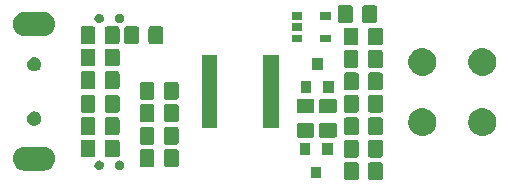
<source format=gbr>
G04 #@! TF.GenerationSoftware,KiCad,Pcbnew,(5.1.4)-1*
G04 #@! TF.CreationDate,2020-10-17T14:20:49+02:00*
G04 #@! TF.ProjectId,Long range deauther,4c6f6e67-2072-4616-9e67-652064656175,rev?*
G04 #@! TF.SameCoordinates,Original*
G04 #@! TF.FileFunction,Soldermask,Bot*
G04 #@! TF.FilePolarity,Negative*
%FSLAX46Y46*%
G04 Gerber Fmt 4.6, Leading zero omitted, Abs format (unit mm)*
G04 Created by KiCad (PCBNEW (5.1.4)-1) date 2020-10-17 14:20:49*
%MOMM*%
%LPD*%
G04 APERTURE LIST*
%ADD10C,0.100000*%
G04 APERTURE END LIST*
D10*
G36*
X157948674Y-88963465D02*
G01*
X157986367Y-88974899D01*
X158021103Y-88993466D01*
X158051548Y-89018452D01*
X158076534Y-89048897D01*
X158095101Y-89083633D01*
X158106535Y-89121326D01*
X158111000Y-89166661D01*
X158111000Y-90253339D01*
X158106535Y-90298674D01*
X158095101Y-90336367D01*
X158076534Y-90371103D01*
X158051548Y-90401548D01*
X158021103Y-90426534D01*
X157986367Y-90445101D01*
X157948674Y-90456535D01*
X157903339Y-90461000D01*
X157066661Y-90461000D01*
X157021326Y-90456535D01*
X156983633Y-90445101D01*
X156948897Y-90426534D01*
X156918452Y-90401548D01*
X156893466Y-90371103D01*
X156874899Y-90336367D01*
X156863465Y-90298674D01*
X156859000Y-90253339D01*
X156859000Y-89166661D01*
X156863465Y-89121326D01*
X156874899Y-89083633D01*
X156893466Y-89048897D01*
X156918452Y-89018452D01*
X156948897Y-88993466D01*
X156983633Y-88974899D01*
X157021326Y-88963465D01*
X157066661Y-88959000D01*
X157903339Y-88959000D01*
X157948674Y-88963465D01*
X157948674Y-88963465D01*
G37*
G36*
X155898674Y-88963465D02*
G01*
X155936367Y-88974899D01*
X155971103Y-88993466D01*
X156001548Y-89018452D01*
X156026534Y-89048897D01*
X156045101Y-89083633D01*
X156056535Y-89121326D01*
X156061000Y-89166661D01*
X156061000Y-90253339D01*
X156056535Y-90298674D01*
X156045101Y-90336367D01*
X156026534Y-90371103D01*
X156001548Y-90401548D01*
X155971103Y-90426534D01*
X155936367Y-90445101D01*
X155898674Y-90456535D01*
X155853339Y-90461000D01*
X155016661Y-90461000D01*
X154971326Y-90456535D01*
X154933633Y-90445101D01*
X154898897Y-90426534D01*
X154868452Y-90401548D01*
X154843466Y-90371103D01*
X154824899Y-90336367D01*
X154813465Y-90298674D01*
X154809000Y-90253339D01*
X154809000Y-89166661D01*
X154813465Y-89121326D01*
X154824899Y-89083633D01*
X154843466Y-89048897D01*
X154868452Y-89018452D01*
X154898897Y-88993466D01*
X154933633Y-88974899D01*
X154971326Y-88963465D01*
X155016661Y-88959000D01*
X155853339Y-88959000D01*
X155898674Y-88963465D01*
X155898674Y-88963465D01*
G37*
G36*
X152911000Y-90321000D02*
G01*
X152009000Y-90321000D01*
X152009000Y-89319000D01*
X152911000Y-89319000D01*
X152911000Y-90321000D01*
X152911000Y-90321000D01*
G37*
G36*
X129577468Y-87669883D02*
G01*
X129766162Y-87727123D01*
X129940055Y-87820071D01*
X130092479Y-87945161D01*
X130217569Y-88097585D01*
X130310517Y-88271478D01*
X130367757Y-88460172D01*
X130387083Y-88656400D01*
X130367757Y-88852628D01*
X130310517Y-89041322D01*
X130217569Y-89215215D01*
X130092479Y-89367639D01*
X129940055Y-89492729D01*
X129766162Y-89585677D01*
X129577468Y-89642917D01*
X129430415Y-89657400D01*
X127732065Y-89657400D01*
X127585012Y-89642917D01*
X127396318Y-89585677D01*
X127222425Y-89492729D01*
X127070001Y-89367639D01*
X126944911Y-89215215D01*
X126851963Y-89041322D01*
X126794723Y-88852628D01*
X126775397Y-88656400D01*
X126794723Y-88460172D01*
X126851963Y-88271478D01*
X126944911Y-88097585D01*
X127070001Y-87945161D01*
X127222425Y-87820071D01*
X127396318Y-87727123D01*
X127585012Y-87669883D01*
X127732065Y-87655400D01*
X129430415Y-87655400D01*
X129577468Y-87669883D01*
X129577468Y-87669883D01*
G37*
G36*
X135878231Y-88816705D02*
G01*
X135916967Y-88824410D01*
X135947195Y-88836931D01*
X135989944Y-88854638D01*
X136055622Y-88898523D01*
X136111477Y-88954378D01*
X136155362Y-89020056D01*
X136167308Y-89048897D01*
X136183848Y-89088827D01*
X136185590Y-89093034D01*
X136200236Y-89166661D01*
X136201000Y-89170505D01*
X136201000Y-89249495D01*
X136185590Y-89326967D01*
X136173659Y-89355770D01*
X136155362Y-89399944D01*
X136111477Y-89465622D01*
X136055622Y-89521477D01*
X135989944Y-89565362D01*
X135947195Y-89583069D01*
X135916967Y-89595590D01*
X135878231Y-89603295D01*
X135839496Y-89611000D01*
X135760504Y-89611000D01*
X135721769Y-89603295D01*
X135683033Y-89595590D01*
X135652805Y-89583069D01*
X135610056Y-89565362D01*
X135544378Y-89521477D01*
X135488523Y-89465622D01*
X135444638Y-89399944D01*
X135426341Y-89355770D01*
X135414410Y-89326967D01*
X135399000Y-89249495D01*
X135399000Y-89170505D01*
X135399765Y-89166661D01*
X135414410Y-89093034D01*
X135416153Y-89088827D01*
X135432692Y-89048897D01*
X135444638Y-89020056D01*
X135488523Y-88954378D01*
X135544378Y-88898523D01*
X135610056Y-88854638D01*
X135652805Y-88836931D01*
X135683033Y-88824410D01*
X135721769Y-88816705D01*
X135760504Y-88809000D01*
X135839496Y-88809000D01*
X135878231Y-88816705D01*
X135878231Y-88816705D01*
G37*
G36*
X134178231Y-88816705D02*
G01*
X134216967Y-88824410D01*
X134247195Y-88836931D01*
X134289944Y-88854638D01*
X134355622Y-88898523D01*
X134411477Y-88954378D01*
X134455362Y-89020056D01*
X134467308Y-89048897D01*
X134483848Y-89088827D01*
X134485590Y-89093034D01*
X134500236Y-89166661D01*
X134501000Y-89170505D01*
X134501000Y-89249495D01*
X134485590Y-89326967D01*
X134473659Y-89355770D01*
X134455362Y-89399944D01*
X134411477Y-89465622D01*
X134355622Y-89521477D01*
X134289944Y-89565362D01*
X134247195Y-89583069D01*
X134216967Y-89595590D01*
X134178231Y-89603295D01*
X134139496Y-89611000D01*
X134060504Y-89611000D01*
X134021769Y-89603295D01*
X133983033Y-89595590D01*
X133952805Y-89583069D01*
X133910056Y-89565362D01*
X133844378Y-89521477D01*
X133788523Y-89465622D01*
X133744638Y-89399944D01*
X133726341Y-89355770D01*
X133714410Y-89326967D01*
X133699000Y-89249495D01*
X133699000Y-89170505D01*
X133699765Y-89166661D01*
X133714410Y-89093034D01*
X133716153Y-89088827D01*
X133732692Y-89048897D01*
X133744638Y-89020056D01*
X133788523Y-88954378D01*
X133844378Y-88898523D01*
X133910056Y-88854638D01*
X133952805Y-88836931D01*
X133983033Y-88824410D01*
X134021769Y-88816705D01*
X134060504Y-88809000D01*
X134139496Y-88809000D01*
X134178231Y-88816705D01*
X134178231Y-88816705D01*
G37*
G36*
X138608674Y-87863465D02*
G01*
X138646367Y-87874899D01*
X138681103Y-87893466D01*
X138711548Y-87918452D01*
X138736534Y-87948897D01*
X138755101Y-87983633D01*
X138766535Y-88021326D01*
X138771000Y-88066661D01*
X138771000Y-89153339D01*
X138766535Y-89198674D01*
X138755101Y-89236367D01*
X138736534Y-89271103D01*
X138711548Y-89301548D01*
X138681103Y-89326534D01*
X138646367Y-89345101D01*
X138608674Y-89356535D01*
X138563339Y-89361000D01*
X137726661Y-89361000D01*
X137681326Y-89356535D01*
X137643633Y-89345101D01*
X137608897Y-89326534D01*
X137578452Y-89301548D01*
X137553466Y-89271103D01*
X137534899Y-89236367D01*
X137523465Y-89198674D01*
X137519000Y-89153339D01*
X137519000Y-88066661D01*
X137523465Y-88021326D01*
X137534899Y-87983633D01*
X137553466Y-87948897D01*
X137578452Y-87918452D01*
X137608897Y-87893466D01*
X137643633Y-87874899D01*
X137681326Y-87863465D01*
X137726661Y-87859000D01*
X138563339Y-87859000D01*
X138608674Y-87863465D01*
X138608674Y-87863465D01*
G37*
G36*
X140658674Y-87863465D02*
G01*
X140696367Y-87874899D01*
X140731103Y-87893466D01*
X140761548Y-87918452D01*
X140786534Y-87948897D01*
X140805101Y-87983633D01*
X140816535Y-88021326D01*
X140821000Y-88066661D01*
X140821000Y-89153339D01*
X140816535Y-89198674D01*
X140805101Y-89236367D01*
X140786534Y-89271103D01*
X140761548Y-89301548D01*
X140731103Y-89326534D01*
X140696367Y-89345101D01*
X140658674Y-89356535D01*
X140613339Y-89361000D01*
X139776661Y-89361000D01*
X139731326Y-89356535D01*
X139693633Y-89345101D01*
X139658897Y-89326534D01*
X139628452Y-89301548D01*
X139603466Y-89271103D01*
X139584899Y-89236367D01*
X139573465Y-89198674D01*
X139569000Y-89153339D01*
X139569000Y-88066661D01*
X139573465Y-88021326D01*
X139584899Y-87983633D01*
X139603466Y-87948897D01*
X139628452Y-87918452D01*
X139658897Y-87893466D01*
X139693633Y-87874899D01*
X139731326Y-87863465D01*
X139776661Y-87859000D01*
X140613339Y-87859000D01*
X140658674Y-87863465D01*
X140658674Y-87863465D01*
G37*
G36*
X155898674Y-87063465D02*
G01*
X155936367Y-87074899D01*
X155971103Y-87093466D01*
X156001548Y-87118452D01*
X156026534Y-87148897D01*
X156045101Y-87183633D01*
X156056535Y-87221326D01*
X156061000Y-87266661D01*
X156061000Y-88353339D01*
X156056535Y-88398674D01*
X156045101Y-88436367D01*
X156026534Y-88471103D01*
X156001548Y-88501548D01*
X155971103Y-88526534D01*
X155936367Y-88545101D01*
X155898674Y-88556535D01*
X155853339Y-88561000D01*
X155016661Y-88561000D01*
X154971326Y-88556535D01*
X154933633Y-88545101D01*
X154898897Y-88526534D01*
X154868452Y-88501548D01*
X154843466Y-88471103D01*
X154824899Y-88436367D01*
X154813465Y-88398674D01*
X154809000Y-88353339D01*
X154809000Y-87266661D01*
X154813465Y-87221326D01*
X154824899Y-87183633D01*
X154843466Y-87148897D01*
X154868452Y-87118452D01*
X154898897Y-87093466D01*
X154933633Y-87074899D01*
X154971326Y-87063465D01*
X155016661Y-87059000D01*
X155853339Y-87059000D01*
X155898674Y-87063465D01*
X155898674Y-87063465D01*
G37*
G36*
X157948674Y-87063465D02*
G01*
X157986367Y-87074899D01*
X158021103Y-87093466D01*
X158051548Y-87118452D01*
X158076534Y-87148897D01*
X158095101Y-87183633D01*
X158106535Y-87221326D01*
X158111000Y-87266661D01*
X158111000Y-88353339D01*
X158106535Y-88398674D01*
X158095101Y-88436367D01*
X158076534Y-88471103D01*
X158051548Y-88501548D01*
X158021103Y-88526534D01*
X157986367Y-88545101D01*
X157948674Y-88556535D01*
X157903339Y-88561000D01*
X157066661Y-88561000D01*
X157021326Y-88556535D01*
X156983633Y-88545101D01*
X156948897Y-88526534D01*
X156918452Y-88501548D01*
X156893466Y-88471103D01*
X156874899Y-88436367D01*
X156863465Y-88398674D01*
X156859000Y-88353339D01*
X156859000Y-87266661D01*
X156863465Y-87221326D01*
X156874899Y-87183633D01*
X156893466Y-87148897D01*
X156918452Y-87118452D01*
X156948897Y-87093466D01*
X156983633Y-87074899D01*
X157021326Y-87063465D01*
X157066661Y-87059000D01*
X157903339Y-87059000D01*
X157948674Y-87063465D01*
X157948674Y-87063465D01*
G37*
G36*
X135658674Y-87053465D02*
G01*
X135696367Y-87064899D01*
X135731103Y-87083466D01*
X135761548Y-87108452D01*
X135786534Y-87138897D01*
X135805101Y-87173633D01*
X135816535Y-87211326D01*
X135821000Y-87256661D01*
X135821000Y-88343339D01*
X135816535Y-88388674D01*
X135805101Y-88426367D01*
X135786534Y-88461103D01*
X135761548Y-88491548D01*
X135731103Y-88516534D01*
X135696367Y-88535101D01*
X135658674Y-88546535D01*
X135613339Y-88551000D01*
X134776661Y-88551000D01*
X134731326Y-88546535D01*
X134693633Y-88535101D01*
X134658897Y-88516534D01*
X134628452Y-88491548D01*
X134603466Y-88461103D01*
X134584899Y-88426367D01*
X134573465Y-88388674D01*
X134569000Y-88343339D01*
X134569000Y-87256661D01*
X134573465Y-87211326D01*
X134584899Y-87173633D01*
X134603466Y-87138897D01*
X134628452Y-87108452D01*
X134658897Y-87083466D01*
X134693633Y-87064899D01*
X134731326Y-87053465D01*
X134776661Y-87049000D01*
X135613339Y-87049000D01*
X135658674Y-87053465D01*
X135658674Y-87053465D01*
G37*
G36*
X133608674Y-87053465D02*
G01*
X133646367Y-87064899D01*
X133681103Y-87083466D01*
X133711548Y-87108452D01*
X133736534Y-87138897D01*
X133755101Y-87173633D01*
X133766535Y-87211326D01*
X133771000Y-87256661D01*
X133771000Y-88343339D01*
X133766535Y-88388674D01*
X133755101Y-88426367D01*
X133736534Y-88461103D01*
X133711548Y-88491548D01*
X133681103Y-88516534D01*
X133646367Y-88535101D01*
X133608674Y-88546535D01*
X133563339Y-88551000D01*
X132726661Y-88551000D01*
X132681326Y-88546535D01*
X132643633Y-88535101D01*
X132608897Y-88516534D01*
X132578452Y-88491548D01*
X132553466Y-88461103D01*
X132534899Y-88426367D01*
X132523465Y-88388674D01*
X132519000Y-88343339D01*
X132519000Y-87256661D01*
X132523465Y-87211326D01*
X132534899Y-87173633D01*
X132553466Y-87138897D01*
X132578452Y-87108452D01*
X132608897Y-87083466D01*
X132643633Y-87064899D01*
X132681326Y-87053465D01*
X132726661Y-87049000D01*
X133563339Y-87049000D01*
X133608674Y-87053465D01*
X133608674Y-87053465D01*
G37*
G36*
X151961000Y-88321000D02*
G01*
X151059000Y-88321000D01*
X151059000Y-87319000D01*
X151961000Y-87319000D01*
X151961000Y-88321000D01*
X151961000Y-88321000D01*
G37*
G36*
X153861000Y-88321000D02*
G01*
X152959000Y-88321000D01*
X152959000Y-87319000D01*
X153861000Y-87319000D01*
X153861000Y-88321000D01*
X153861000Y-88321000D01*
G37*
G36*
X140658674Y-85963465D02*
G01*
X140696367Y-85974899D01*
X140731103Y-85993466D01*
X140761548Y-86018452D01*
X140786534Y-86048897D01*
X140805101Y-86083633D01*
X140816535Y-86121326D01*
X140821000Y-86166661D01*
X140821000Y-87253339D01*
X140816535Y-87298674D01*
X140805101Y-87336367D01*
X140786534Y-87371103D01*
X140761548Y-87401548D01*
X140731103Y-87426534D01*
X140696367Y-87445101D01*
X140658674Y-87456535D01*
X140613339Y-87461000D01*
X139776661Y-87461000D01*
X139731326Y-87456535D01*
X139693633Y-87445101D01*
X139658897Y-87426534D01*
X139628452Y-87401548D01*
X139603466Y-87371103D01*
X139584899Y-87336367D01*
X139573465Y-87298674D01*
X139569000Y-87253339D01*
X139569000Y-86166661D01*
X139573465Y-86121326D01*
X139584899Y-86083633D01*
X139603466Y-86048897D01*
X139628452Y-86018452D01*
X139658897Y-85993466D01*
X139693633Y-85974899D01*
X139731326Y-85963465D01*
X139776661Y-85959000D01*
X140613339Y-85959000D01*
X140658674Y-85963465D01*
X140658674Y-85963465D01*
G37*
G36*
X138608674Y-85963465D02*
G01*
X138646367Y-85974899D01*
X138681103Y-85993466D01*
X138711548Y-86018452D01*
X138736534Y-86048897D01*
X138755101Y-86083633D01*
X138766535Y-86121326D01*
X138771000Y-86166661D01*
X138771000Y-87253339D01*
X138766535Y-87298674D01*
X138755101Y-87336367D01*
X138736534Y-87371103D01*
X138711548Y-87401548D01*
X138681103Y-87426534D01*
X138646367Y-87445101D01*
X138608674Y-87456535D01*
X138563339Y-87461000D01*
X137726661Y-87461000D01*
X137681326Y-87456535D01*
X137643633Y-87445101D01*
X137608897Y-87426534D01*
X137578452Y-87401548D01*
X137553466Y-87371103D01*
X137534899Y-87336367D01*
X137523465Y-87298674D01*
X137519000Y-87253339D01*
X137519000Y-86166661D01*
X137523465Y-86121326D01*
X137534899Y-86083633D01*
X137553466Y-86048897D01*
X137578452Y-86018452D01*
X137608897Y-85993466D01*
X137643633Y-85974899D01*
X137681326Y-85963465D01*
X137726661Y-85959000D01*
X138563339Y-85959000D01*
X138608674Y-85963465D01*
X138608674Y-85963465D01*
G37*
G36*
X154048674Y-85623465D02*
G01*
X154086367Y-85634899D01*
X154121103Y-85653466D01*
X154151548Y-85678452D01*
X154176534Y-85708897D01*
X154195101Y-85743633D01*
X154206535Y-85781326D01*
X154211000Y-85826661D01*
X154211000Y-86663339D01*
X154206535Y-86708674D01*
X154195101Y-86746367D01*
X154176534Y-86781103D01*
X154151548Y-86811548D01*
X154121103Y-86836534D01*
X154086367Y-86855101D01*
X154048674Y-86866535D01*
X154003339Y-86871000D01*
X152916661Y-86871000D01*
X152871326Y-86866535D01*
X152833633Y-86855101D01*
X152798897Y-86836534D01*
X152768452Y-86811548D01*
X152743466Y-86781103D01*
X152724899Y-86746367D01*
X152713465Y-86708674D01*
X152709000Y-86663339D01*
X152709000Y-85826661D01*
X152713465Y-85781326D01*
X152724899Y-85743633D01*
X152743466Y-85708897D01*
X152768452Y-85678452D01*
X152798897Y-85653466D01*
X152833633Y-85634899D01*
X152871326Y-85623465D01*
X152916661Y-85619000D01*
X154003339Y-85619000D01*
X154048674Y-85623465D01*
X154048674Y-85623465D01*
G37*
G36*
X152148674Y-85623465D02*
G01*
X152186367Y-85634899D01*
X152221103Y-85653466D01*
X152251548Y-85678452D01*
X152276534Y-85708897D01*
X152295101Y-85743633D01*
X152306535Y-85781326D01*
X152311000Y-85826661D01*
X152311000Y-86663339D01*
X152306535Y-86708674D01*
X152295101Y-86746367D01*
X152276534Y-86781103D01*
X152251548Y-86811548D01*
X152221103Y-86836534D01*
X152186367Y-86855101D01*
X152148674Y-86866535D01*
X152103339Y-86871000D01*
X151016661Y-86871000D01*
X150971326Y-86866535D01*
X150933633Y-86855101D01*
X150898897Y-86836534D01*
X150868452Y-86811548D01*
X150843466Y-86781103D01*
X150824899Y-86746367D01*
X150813465Y-86708674D01*
X150809000Y-86663339D01*
X150809000Y-85826661D01*
X150813465Y-85781326D01*
X150824899Y-85743633D01*
X150843466Y-85708897D01*
X150868452Y-85678452D01*
X150898897Y-85653466D01*
X150933633Y-85634899D01*
X150971326Y-85623465D01*
X151016661Y-85619000D01*
X152103339Y-85619000D01*
X152148674Y-85623465D01*
X152148674Y-85623465D01*
G37*
G36*
X161645560Y-84393064D02*
G01*
X161797027Y-84423193D01*
X162011045Y-84511842D01*
X162011046Y-84511843D01*
X162203654Y-84640539D01*
X162367461Y-84804346D01*
X162383600Y-84828500D01*
X162496158Y-84996955D01*
X162584807Y-85210973D01*
X162608866Y-85331925D01*
X162628608Y-85431173D01*
X162630000Y-85438174D01*
X162630000Y-85669826D01*
X162584807Y-85897027D01*
X162496158Y-86111045D01*
X162496157Y-86111046D01*
X162367461Y-86303654D01*
X162203654Y-86467461D01*
X162100528Y-86536367D01*
X162011045Y-86596158D01*
X161797027Y-86684807D01*
X161677039Y-86708674D01*
X161569827Y-86730000D01*
X161338173Y-86730000D01*
X161230961Y-86708674D01*
X161110973Y-86684807D01*
X160896955Y-86596158D01*
X160807472Y-86536367D01*
X160704346Y-86467461D01*
X160540539Y-86303654D01*
X160411843Y-86111046D01*
X160411842Y-86111045D01*
X160323193Y-85897027D01*
X160278000Y-85669826D01*
X160278000Y-85438174D01*
X160279393Y-85431173D01*
X160299134Y-85331925D01*
X160323193Y-85210973D01*
X160411842Y-84996955D01*
X160524400Y-84828500D01*
X160540539Y-84804346D01*
X160704346Y-84640539D01*
X160896954Y-84511843D01*
X160896955Y-84511842D01*
X161110973Y-84423193D01*
X161262440Y-84393064D01*
X161338173Y-84378000D01*
X161569827Y-84378000D01*
X161645560Y-84393064D01*
X161645560Y-84393064D01*
G37*
G36*
X166725560Y-84393064D02*
G01*
X166877027Y-84423193D01*
X167091045Y-84511842D01*
X167091046Y-84511843D01*
X167283654Y-84640539D01*
X167447461Y-84804346D01*
X167463600Y-84828500D01*
X167576158Y-84996955D01*
X167664807Y-85210973D01*
X167688866Y-85331925D01*
X167708608Y-85431173D01*
X167710000Y-85438174D01*
X167710000Y-85669826D01*
X167664807Y-85897027D01*
X167576158Y-86111045D01*
X167576157Y-86111046D01*
X167447461Y-86303654D01*
X167283654Y-86467461D01*
X167180528Y-86536367D01*
X167091045Y-86596158D01*
X166877027Y-86684807D01*
X166757039Y-86708674D01*
X166649827Y-86730000D01*
X166418173Y-86730000D01*
X166310961Y-86708674D01*
X166190973Y-86684807D01*
X165976955Y-86596158D01*
X165887472Y-86536367D01*
X165784346Y-86467461D01*
X165620539Y-86303654D01*
X165491843Y-86111046D01*
X165491842Y-86111045D01*
X165403193Y-85897027D01*
X165358000Y-85669826D01*
X165358000Y-85438174D01*
X165359393Y-85431173D01*
X165379134Y-85331925D01*
X165403193Y-85210973D01*
X165491842Y-84996955D01*
X165604400Y-84828500D01*
X165620539Y-84804346D01*
X165784346Y-84640539D01*
X165976954Y-84511843D01*
X165976955Y-84511842D01*
X166190973Y-84423193D01*
X166342440Y-84393064D01*
X166418173Y-84378000D01*
X166649827Y-84378000D01*
X166725560Y-84393064D01*
X166725560Y-84393064D01*
G37*
G36*
X155898674Y-85163465D02*
G01*
X155936367Y-85174899D01*
X155971103Y-85193466D01*
X156001548Y-85218452D01*
X156026534Y-85248897D01*
X156045101Y-85283633D01*
X156056535Y-85321326D01*
X156061000Y-85366661D01*
X156061000Y-86453339D01*
X156056535Y-86498674D01*
X156045101Y-86536367D01*
X156026534Y-86571103D01*
X156001548Y-86601548D01*
X155971103Y-86626534D01*
X155936367Y-86645101D01*
X155898674Y-86656535D01*
X155853339Y-86661000D01*
X155016661Y-86661000D01*
X154971326Y-86656535D01*
X154933633Y-86645101D01*
X154898897Y-86626534D01*
X154868452Y-86601548D01*
X154843466Y-86571103D01*
X154824899Y-86536367D01*
X154813465Y-86498674D01*
X154809000Y-86453339D01*
X154809000Y-85366661D01*
X154813465Y-85321326D01*
X154824899Y-85283633D01*
X154843466Y-85248897D01*
X154868452Y-85218452D01*
X154898897Y-85193466D01*
X154933633Y-85174899D01*
X154971326Y-85163465D01*
X155016661Y-85159000D01*
X155853339Y-85159000D01*
X155898674Y-85163465D01*
X155898674Y-85163465D01*
G37*
G36*
X157948674Y-85163465D02*
G01*
X157986367Y-85174899D01*
X158021103Y-85193466D01*
X158051548Y-85218452D01*
X158076534Y-85248897D01*
X158095101Y-85283633D01*
X158106535Y-85321326D01*
X158111000Y-85366661D01*
X158111000Y-86453339D01*
X158106535Y-86498674D01*
X158095101Y-86536367D01*
X158076534Y-86571103D01*
X158051548Y-86601548D01*
X158021103Y-86626534D01*
X157986367Y-86645101D01*
X157948674Y-86656535D01*
X157903339Y-86661000D01*
X157066661Y-86661000D01*
X157021326Y-86656535D01*
X156983633Y-86645101D01*
X156948897Y-86626534D01*
X156918452Y-86601548D01*
X156893466Y-86571103D01*
X156874899Y-86536367D01*
X156863465Y-86498674D01*
X156859000Y-86453339D01*
X156859000Y-85366661D01*
X156863465Y-85321326D01*
X156874899Y-85283633D01*
X156893466Y-85248897D01*
X156918452Y-85218452D01*
X156948897Y-85193466D01*
X156983633Y-85174899D01*
X157021326Y-85163465D01*
X157066661Y-85159000D01*
X157903339Y-85159000D01*
X157948674Y-85163465D01*
X157948674Y-85163465D01*
G37*
G36*
X133608674Y-85153465D02*
G01*
X133646367Y-85164899D01*
X133681103Y-85183466D01*
X133711548Y-85208452D01*
X133736534Y-85238897D01*
X133755101Y-85273633D01*
X133766535Y-85311326D01*
X133771000Y-85356661D01*
X133771000Y-86443339D01*
X133766535Y-86488674D01*
X133755101Y-86526367D01*
X133736534Y-86561103D01*
X133711548Y-86591548D01*
X133681103Y-86616534D01*
X133646367Y-86635101D01*
X133608674Y-86646535D01*
X133563339Y-86651000D01*
X132726661Y-86651000D01*
X132681326Y-86646535D01*
X132643633Y-86635101D01*
X132608897Y-86616534D01*
X132578452Y-86591548D01*
X132553466Y-86561103D01*
X132534899Y-86526367D01*
X132523465Y-86488674D01*
X132519000Y-86443339D01*
X132519000Y-85356661D01*
X132523465Y-85311326D01*
X132534899Y-85273633D01*
X132553466Y-85238897D01*
X132578452Y-85208452D01*
X132608897Y-85183466D01*
X132643633Y-85164899D01*
X132681326Y-85153465D01*
X132726661Y-85149000D01*
X133563339Y-85149000D01*
X133608674Y-85153465D01*
X133608674Y-85153465D01*
G37*
G36*
X135658674Y-85153465D02*
G01*
X135696367Y-85164899D01*
X135731103Y-85183466D01*
X135761548Y-85208452D01*
X135786534Y-85238897D01*
X135805101Y-85273633D01*
X135816535Y-85311326D01*
X135821000Y-85356661D01*
X135821000Y-86443339D01*
X135816535Y-86488674D01*
X135805101Y-86526367D01*
X135786534Y-86561103D01*
X135761548Y-86591548D01*
X135731103Y-86616534D01*
X135696367Y-86635101D01*
X135658674Y-86646535D01*
X135613339Y-86651000D01*
X134776661Y-86651000D01*
X134731326Y-86646535D01*
X134693633Y-86635101D01*
X134658897Y-86616534D01*
X134628452Y-86591548D01*
X134603466Y-86561103D01*
X134584899Y-86526367D01*
X134573465Y-86488674D01*
X134569000Y-86443339D01*
X134569000Y-85356661D01*
X134573465Y-85311326D01*
X134584899Y-85273633D01*
X134603466Y-85238897D01*
X134628452Y-85208452D01*
X134658897Y-85183466D01*
X134693633Y-85164899D01*
X134731326Y-85153465D01*
X134776661Y-85149000D01*
X135613339Y-85149000D01*
X135658674Y-85153465D01*
X135658674Y-85153465D01*
G37*
G36*
X149281000Y-86098500D02*
G01*
X147979000Y-86098500D01*
X147979000Y-79881500D01*
X149281000Y-79881500D01*
X149281000Y-86098500D01*
X149281000Y-86098500D01*
G37*
G36*
X144081000Y-86098500D02*
G01*
X142779000Y-86098500D01*
X142779000Y-79881500D01*
X144081000Y-79881500D01*
X144081000Y-86098500D01*
X144081000Y-86098500D01*
G37*
G36*
X128717841Y-84670797D02*
G01*
X128756545Y-84678496D01*
X128788055Y-84691548D01*
X128865920Y-84723800D01*
X128964355Y-84789573D01*
X129048067Y-84873285D01*
X129113840Y-84971720D01*
X129159144Y-85081096D01*
X129182240Y-85197205D01*
X129182240Y-85315595D01*
X129176721Y-85343339D01*
X129159476Y-85430038D01*
X129159144Y-85431704D01*
X129113840Y-85541080D01*
X129048067Y-85639515D01*
X128964355Y-85723227D01*
X128865920Y-85789000D01*
X128788580Y-85821035D01*
X128756545Y-85834304D01*
X128717841Y-85842003D01*
X128640435Y-85857400D01*
X128522045Y-85857400D01*
X128444639Y-85842003D01*
X128405935Y-85834304D01*
X128373900Y-85821035D01*
X128296560Y-85789000D01*
X128198125Y-85723227D01*
X128114413Y-85639515D01*
X128048640Y-85541080D01*
X128003336Y-85431704D01*
X128003005Y-85430038D01*
X127985759Y-85343339D01*
X127980240Y-85315595D01*
X127980240Y-85197205D01*
X128003336Y-85081096D01*
X128048640Y-84971720D01*
X128114413Y-84873285D01*
X128198125Y-84789573D01*
X128296560Y-84723800D01*
X128374425Y-84691548D01*
X128405935Y-84678496D01*
X128444639Y-84670797D01*
X128522045Y-84655400D01*
X128640435Y-84655400D01*
X128717841Y-84670797D01*
X128717841Y-84670797D01*
G37*
G36*
X138608674Y-84053465D02*
G01*
X138646367Y-84064899D01*
X138681103Y-84083466D01*
X138711548Y-84108452D01*
X138736534Y-84138897D01*
X138755101Y-84173633D01*
X138766535Y-84211326D01*
X138771000Y-84256661D01*
X138771000Y-85343339D01*
X138766535Y-85388674D01*
X138755101Y-85426367D01*
X138736534Y-85461103D01*
X138711548Y-85491548D01*
X138681103Y-85516534D01*
X138646367Y-85535101D01*
X138608674Y-85546535D01*
X138563339Y-85551000D01*
X137726661Y-85551000D01*
X137681326Y-85546535D01*
X137643633Y-85535101D01*
X137608897Y-85516534D01*
X137578452Y-85491548D01*
X137553466Y-85461103D01*
X137534899Y-85426367D01*
X137523465Y-85388674D01*
X137519000Y-85343339D01*
X137519000Y-84256661D01*
X137523465Y-84211326D01*
X137534899Y-84173633D01*
X137553466Y-84138897D01*
X137578452Y-84108452D01*
X137608897Y-84083466D01*
X137643633Y-84064899D01*
X137681326Y-84053465D01*
X137726661Y-84049000D01*
X138563339Y-84049000D01*
X138608674Y-84053465D01*
X138608674Y-84053465D01*
G37*
G36*
X140658674Y-84053465D02*
G01*
X140696367Y-84064899D01*
X140731103Y-84083466D01*
X140761548Y-84108452D01*
X140786534Y-84138897D01*
X140805101Y-84173633D01*
X140816535Y-84211326D01*
X140821000Y-84256661D01*
X140821000Y-85343339D01*
X140816535Y-85388674D01*
X140805101Y-85426367D01*
X140786534Y-85461103D01*
X140761548Y-85491548D01*
X140731103Y-85516534D01*
X140696367Y-85535101D01*
X140658674Y-85546535D01*
X140613339Y-85551000D01*
X139776661Y-85551000D01*
X139731326Y-85546535D01*
X139693633Y-85535101D01*
X139658897Y-85516534D01*
X139628452Y-85491548D01*
X139603466Y-85461103D01*
X139584899Y-85426367D01*
X139573465Y-85388674D01*
X139569000Y-85343339D01*
X139569000Y-84256661D01*
X139573465Y-84211326D01*
X139584899Y-84173633D01*
X139603466Y-84138897D01*
X139628452Y-84108452D01*
X139658897Y-84083466D01*
X139693633Y-84064899D01*
X139731326Y-84053465D01*
X139776661Y-84049000D01*
X140613339Y-84049000D01*
X140658674Y-84053465D01*
X140658674Y-84053465D01*
G37*
G36*
X152148674Y-83573465D02*
G01*
X152186367Y-83584899D01*
X152221103Y-83603466D01*
X152251548Y-83628452D01*
X152276534Y-83658897D01*
X152295101Y-83693633D01*
X152306535Y-83731326D01*
X152311000Y-83776661D01*
X152311000Y-84613339D01*
X152306535Y-84658674D01*
X152295101Y-84696367D01*
X152276534Y-84731103D01*
X152251548Y-84761548D01*
X152221103Y-84786534D01*
X152186367Y-84805101D01*
X152148674Y-84816535D01*
X152103339Y-84821000D01*
X151016661Y-84821000D01*
X150971326Y-84816535D01*
X150933633Y-84805101D01*
X150898897Y-84786534D01*
X150868452Y-84761548D01*
X150843466Y-84731103D01*
X150824899Y-84696367D01*
X150813465Y-84658674D01*
X150809000Y-84613339D01*
X150809000Y-83776661D01*
X150813465Y-83731326D01*
X150824899Y-83693633D01*
X150843466Y-83658897D01*
X150868452Y-83628452D01*
X150898897Y-83603466D01*
X150933633Y-83584899D01*
X150971326Y-83573465D01*
X151016661Y-83569000D01*
X152103339Y-83569000D01*
X152148674Y-83573465D01*
X152148674Y-83573465D01*
G37*
G36*
X154048674Y-83573465D02*
G01*
X154086367Y-83584899D01*
X154121103Y-83603466D01*
X154151548Y-83628452D01*
X154176534Y-83658897D01*
X154195101Y-83693633D01*
X154206535Y-83731326D01*
X154211000Y-83776661D01*
X154211000Y-84613339D01*
X154206535Y-84658674D01*
X154195101Y-84696367D01*
X154176534Y-84731103D01*
X154151548Y-84761548D01*
X154121103Y-84786534D01*
X154086367Y-84805101D01*
X154048674Y-84816535D01*
X154003339Y-84821000D01*
X152916661Y-84821000D01*
X152871326Y-84816535D01*
X152833633Y-84805101D01*
X152798897Y-84786534D01*
X152768452Y-84761548D01*
X152743466Y-84731103D01*
X152724899Y-84696367D01*
X152713465Y-84658674D01*
X152709000Y-84613339D01*
X152709000Y-83776661D01*
X152713465Y-83731326D01*
X152724899Y-83693633D01*
X152743466Y-83658897D01*
X152768452Y-83628452D01*
X152798897Y-83603466D01*
X152833633Y-83584899D01*
X152871326Y-83573465D01*
X152916661Y-83569000D01*
X154003339Y-83569000D01*
X154048674Y-83573465D01*
X154048674Y-83573465D01*
G37*
G36*
X157948674Y-83263465D02*
G01*
X157986367Y-83274899D01*
X158021103Y-83293466D01*
X158051548Y-83318452D01*
X158076534Y-83348897D01*
X158095101Y-83383633D01*
X158106535Y-83421326D01*
X158111000Y-83466661D01*
X158111000Y-84553339D01*
X158106535Y-84598674D01*
X158095101Y-84636367D01*
X158076534Y-84671103D01*
X158051548Y-84701548D01*
X158021103Y-84726534D01*
X157986367Y-84745101D01*
X157948674Y-84756535D01*
X157903339Y-84761000D01*
X157066661Y-84761000D01*
X157021326Y-84756535D01*
X156983633Y-84745101D01*
X156948897Y-84726534D01*
X156918452Y-84701548D01*
X156893466Y-84671103D01*
X156874899Y-84636367D01*
X156863465Y-84598674D01*
X156859000Y-84553339D01*
X156859000Y-83466661D01*
X156863465Y-83421326D01*
X156874899Y-83383633D01*
X156893466Y-83348897D01*
X156918452Y-83318452D01*
X156948897Y-83293466D01*
X156983633Y-83274899D01*
X157021326Y-83263465D01*
X157066661Y-83259000D01*
X157903339Y-83259000D01*
X157948674Y-83263465D01*
X157948674Y-83263465D01*
G37*
G36*
X155898674Y-83263465D02*
G01*
X155936367Y-83274899D01*
X155971103Y-83293466D01*
X156001548Y-83318452D01*
X156026534Y-83348897D01*
X156045101Y-83383633D01*
X156056535Y-83421326D01*
X156061000Y-83466661D01*
X156061000Y-84553339D01*
X156056535Y-84598674D01*
X156045101Y-84636367D01*
X156026534Y-84671103D01*
X156001548Y-84701548D01*
X155971103Y-84726534D01*
X155936367Y-84745101D01*
X155898674Y-84756535D01*
X155853339Y-84761000D01*
X155016661Y-84761000D01*
X154971326Y-84756535D01*
X154933633Y-84745101D01*
X154898897Y-84726534D01*
X154868452Y-84701548D01*
X154843466Y-84671103D01*
X154824899Y-84636367D01*
X154813465Y-84598674D01*
X154809000Y-84553339D01*
X154809000Y-83466661D01*
X154813465Y-83421326D01*
X154824899Y-83383633D01*
X154843466Y-83348897D01*
X154868452Y-83318452D01*
X154898897Y-83293466D01*
X154933633Y-83274899D01*
X154971326Y-83263465D01*
X155016661Y-83259000D01*
X155853339Y-83259000D01*
X155898674Y-83263465D01*
X155898674Y-83263465D01*
G37*
G36*
X135658674Y-83253465D02*
G01*
X135696367Y-83264899D01*
X135731103Y-83283466D01*
X135761548Y-83308452D01*
X135786534Y-83338897D01*
X135805101Y-83373633D01*
X135816535Y-83411326D01*
X135821000Y-83456661D01*
X135821000Y-84543339D01*
X135816535Y-84588674D01*
X135805101Y-84626367D01*
X135786534Y-84661103D01*
X135761548Y-84691548D01*
X135731103Y-84716534D01*
X135696367Y-84735101D01*
X135658674Y-84746535D01*
X135613339Y-84751000D01*
X134776661Y-84751000D01*
X134731326Y-84746535D01*
X134693633Y-84735101D01*
X134658897Y-84716534D01*
X134628452Y-84691548D01*
X134603466Y-84661103D01*
X134584899Y-84626367D01*
X134573465Y-84588674D01*
X134569000Y-84543339D01*
X134569000Y-83456661D01*
X134573465Y-83411326D01*
X134584899Y-83373633D01*
X134603466Y-83338897D01*
X134628452Y-83308452D01*
X134658897Y-83283466D01*
X134693633Y-83264899D01*
X134731326Y-83253465D01*
X134776661Y-83249000D01*
X135613339Y-83249000D01*
X135658674Y-83253465D01*
X135658674Y-83253465D01*
G37*
G36*
X133608674Y-83253465D02*
G01*
X133646367Y-83264899D01*
X133681103Y-83283466D01*
X133711548Y-83308452D01*
X133736534Y-83338897D01*
X133755101Y-83373633D01*
X133766535Y-83411326D01*
X133771000Y-83456661D01*
X133771000Y-84543339D01*
X133766535Y-84588674D01*
X133755101Y-84626367D01*
X133736534Y-84661103D01*
X133711548Y-84691548D01*
X133681103Y-84716534D01*
X133646367Y-84735101D01*
X133608674Y-84746535D01*
X133563339Y-84751000D01*
X132726661Y-84751000D01*
X132681326Y-84746535D01*
X132643633Y-84735101D01*
X132608897Y-84716534D01*
X132578452Y-84691548D01*
X132553466Y-84661103D01*
X132534899Y-84626367D01*
X132523465Y-84588674D01*
X132519000Y-84543339D01*
X132519000Y-83456661D01*
X132523465Y-83411326D01*
X132534899Y-83373633D01*
X132553466Y-83338897D01*
X132578452Y-83308452D01*
X132608897Y-83283466D01*
X132643633Y-83264899D01*
X132681326Y-83253465D01*
X132726661Y-83249000D01*
X133563339Y-83249000D01*
X133608674Y-83253465D01*
X133608674Y-83253465D01*
G37*
G36*
X140658674Y-82153465D02*
G01*
X140696367Y-82164899D01*
X140731103Y-82183466D01*
X140761548Y-82208452D01*
X140786534Y-82238897D01*
X140805101Y-82273633D01*
X140816535Y-82311326D01*
X140821000Y-82356661D01*
X140821000Y-83443339D01*
X140816535Y-83488674D01*
X140805101Y-83526367D01*
X140786534Y-83561103D01*
X140761548Y-83591548D01*
X140731103Y-83616534D01*
X140696367Y-83635101D01*
X140658674Y-83646535D01*
X140613339Y-83651000D01*
X139776661Y-83651000D01*
X139731326Y-83646535D01*
X139693633Y-83635101D01*
X139658897Y-83616534D01*
X139628452Y-83591548D01*
X139603466Y-83561103D01*
X139584899Y-83526367D01*
X139573465Y-83488674D01*
X139569000Y-83443339D01*
X139569000Y-82356661D01*
X139573465Y-82311326D01*
X139584899Y-82273633D01*
X139603466Y-82238897D01*
X139628452Y-82208452D01*
X139658897Y-82183466D01*
X139693633Y-82164899D01*
X139731326Y-82153465D01*
X139776661Y-82149000D01*
X140613339Y-82149000D01*
X140658674Y-82153465D01*
X140658674Y-82153465D01*
G37*
G36*
X138608674Y-82153465D02*
G01*
X138646367Y-82164899D01*
X138681103Y-82183466D01*
X138711548Y-82208452D01*
X138736534Y-82238897D01*
X138755101Y-82273633D01*
X138766535Y-82311326D01*
X138771000Y-82356661D01*
X138771000Y-83443339D01*
X138766535Y-83488674D01*
X138755101Y-83526367D01*
X138736534Y-83561103D01*
X138711548Y-83591548D01*
X138681103Y-83616534D01*
X138646367Y-83635101D01*
X138608674Y-83646535D01*
X138563339Y-83651000D01*
X137726661Y-83651000D01*
X137681326Y-83646535D01*
X137643633Y-83635101D01*
X137608897Y-83616534D01*
X137578452Y-83591548D01*
X137553466Y-83561103D01*
X137534899Y-83526367D01*
X137523465Y-83488674D01*
X137519000Y-83443339D01*
X137519000Y-82356661D01*
X137523465Y-82311326D01*
X137534899Y-82273633D01*
X137553466Y-82238897D01*
X137578452Y-82208452D01*
X137608897Y-82183466D01*
X137643633Y-82164899D01*
X137681326Y-82153465D01*
X137726661Y-82149000D01*
X138563339Y-82149000D01*
X138608674Y-82153465D01*
X138608674Y-82153465D01*
G37*
G36*
X153961000Y-83121000D02*
G01*
X153059000Y-83121000D01*
X153059000Y-82119000D01*
X153961000Y-82119000D01*
X153961000Y-83121000D01*
X153961000Y-83121000D01*
G37*
G36*
X152061000Y-83121000D02*
G01*
X151159000Y-83121000D01*
X151159000Y-82119000D01*
X152061000Y-82119000D01*
X152061000Y-83121000D01*
X152061000Y-83121000D01*
G37*
G36*
X155898674Y-81363465D02*
G01*
X155936367Y-81374899D01*
X155971103Y-81393466D01*
X156001548Y-81418452D01*
X156026534Y-81448897D01*
X156045101Y-81483633D01*
X156056535Y-81521326D01*
X156061000Y-81566661D01*
X156061000Y-82653339D01*
X156056535Y-82698674D01*
X156045101Y-82736367D01*
X156026534Y-82771103D01*
X156001548Y-82801548D01*
X155971103Y-82826534D01*
X155936367Y-82845101D01*
X155898674Y-82856535D01*
X155853339Y-82861000D01*
X155016661Y-82861000D01*
X154971326Y-82856535D01*
X154933633Y-82845101D01*
X154898897Y-82826534D01*
X154868452Y-82801548D01*
X154843466Y-82771103D01*
X154824899Y-82736367D01*
X154813465Y-82698674D01*
X154809000Y-82653339D01*
X154809000Y-81566661D01*
X154813465Y-81521326D01*
X154824899Y-81483633D01*
X154843466Y-81448897D01*
X154868452Y-81418452D01*
X154898897Y-81393466D01*
X154933633Y-81374899D01*
X154971326Y-81363465D01*
X155016661Y-81359000D01*
X155853339Y-81359000D01*
X155898674Y-81363465D01*
X155898674Y-81363465D01*
G37*
G36*
X157948674Y-81363465D02*
G01*
X157986367Y-81374899D01*
X158021103Y-81393466D01*
X158051548Y-81418452D01*
X158076534Y-81448897D01*
X158095101Y-81483633D01*
X158106535Y-81521326D01*
X158111000Y-81566661D01*
X158111000Y-82653339D01*
X158106535Y-82698674D01*
X158095101Y-82736367D01*
X158076534Y-82771103D01*
X158051548Y-82801548D01*
X158021103Y-82826534D01*
X157986367Y-82845101D01*
X157948674Y-82856535D01*
X157903339Y-82861000D01*
X157066661Y-82861000D01*
X157021326Y-82856535D01*
X156983633Y-82845101D01*
X156948897Y-82826534D01*
X156918452Y-82801548D01*
X156893466Y-82771103D01*
X156874899Y-82736367D01*
X156863465Y-82698674D01*
X156859000Y-82653339D01*
X156859000Y-81566661D01*
X156863465Y-81521326D01*
X156874899Y-81483633D01*
X156893466Y-81448897D01*
X156918452Y-81418452D01*
X156948897Y-81393466D01*
X156983633Y-81374899D01*
X157021326Y-81363465D01*
X157066661Y-81359000D01*
X157903339Y-81359000D01*
X157948674Y-81363465D01*
X157948674Y-81363465D01*
G37*
G36*
X133608674Y-81253465D02*
G01*
X133646367Y-81264899D01*
X133681103Y-81283466D01*
X133711548Y-81308452D01*
X133736534Y-81338897D01*
X133755101Y-81373633D01*
X133766535Y-81411326D01*
X133771000Y-81456661D01*
X133771000Y-82543339D01*
X133766535Y-82588674D01*
X133755101Y-82626367D01*
X133736534Y-82661103D01*
X133711548Y-82691548D01*
X133681103Y-82716534D01*
X133646367Y-82735101D01*
X133608674Y-82746535D01*
X133563339Y-82751000D01*
X132726661Y-82751000D01*
X132681326Y-82746535D01*
X132643633Y-82735101D01*
X132608897Y-82716534D01*
X132578452Y-82691548D01*
X132553466Y-82661103D01*
X132534899Y-82626367D01*
X132523465Y-82588674D01*
X132519000Y-82543339D01*
X132519000Y-81456661D01*
X132523465Y-81411326D01*
X132534899Y-81373633D01*
X132553466Y-81338897D01*
X132578452Y-81308452D01*
X132608897Y-81283466D01*
X132643633Y-81264899D01*
X132681326Y-81253465D01*
X132726661Y-81249000D01*
X133563339Y-81249000D01*
X133608674Y-81253465D01*
X133608674Y-81253465D01*
G37*
G36*
X135658674Y-81253465D02*
G01*
X135696367Y-81264899D01*
X135731103Y-81283466D01*
X135761548Y-81308452D01*
X135786534Y-81338897D01*
X135805101Y-81373633D01*
X135816535Y-81411326D01*
X135821000Y-81456661D01*
X135821000Y-82543339D01*
X135816535Y-82588674D01*
X135805101Y-82626367D01*
X135786534Y-82661103D01*
X135761548Y-82691548D01*
X135731103Y-82716534D01*
X135696367Y-82735101D01*
X135658674Y-82746535D01*
X135613339Y-82751000D01*
X134776661Y-82751000D01*
X134731326Y-82746535D01*
X134693633Y-82735101D01*
X134658897Y-82716534D01*
X134628452Y-82691548D01*
X134603466Y-82661103D01*
X134584899Y-82626367D01*
X134573465Y-82588674D01*
X134569000Y-82543339D01*
X134569000Y-81456661D01*
X134573465Y-81411326D01*
X134584899Y-81373633D01*
X134603466Y-81338897D01*
X134628452Y-81308452D01*
X134658897Y-81283466D01*
X134693633Y-81264899D01*
X134731326Y-81253465D01*
X134776661Y-81249000D01*
X135613339Y-81249000D01*
X135658674Y-81253465D01*
X135658674Y-81253465D01*
G37*
G36*
X166725560Y-79313064D02*
G01*
X166877027Y-79343193D01*
X167091045Y-79431842D01*
X167138372Y-79463465D01*
X167283654Y-79560539D01*
X167447461Y-79724346D01*
X167533258Y-79852751D01*
X167576158Y-79916955D01*
X167664807Y-80130973D01*
X167710000Y-80358174D01*
X167710000Y-80589826D01*
X167664807Y-80817027D01*
X167576158Y-81031045D01*
X167533258Y-81095249D01*
X167447461Y-81223654D01*
X167283654Y-81387461D01*
X167237272Y-81418452D01*
X167091045Y-81516158D01*
X166877027Y-81604807D01*
X166744476Y-81631173D01*
X166649827Y-81650000D01*
X166418173Y-81650000D01*
X166323524Y-81631173D01*
X166190973Y-81604807D01*
X165976955Y-81516158D01*
X165830728Y-81418452D01*
X165784346Y-81387461D01*
X165620539Y-81223654D01*
X165534742Y-81095249D01*
X165491842Y-81031045D01*
X165403193Y-80817027D01*
X165358000Y-80589826D01*
X165358000Y-80358174D01*
X165403193Y-80130973D01*
X165491842Y-79916955D01*
X165534742Y-79852751D01*
X165620539Y-79724346D01*
X165784346Y-79560539D01*
X165929628Y-79463465D01*
X165976955Y-79431842D01*
X166190973Y-79343193D01*
X166342440Y-79313064D01*
X166418173Y-79298000D01*
X166649827Y-79298000D01*
X166725560Y-79313064D01*
X166725560Y-79313064D01*
G37*
G36*
X161645560Y-79313064D02*
G01*
X161797027Y-79343193D01*
X162011045Y-79431842D01*
X162058372Y-79463465D01*
X162203654Y-79560539D01*
X162367461Y-79724346D01*
X162453258Y-79852751D01*
X162496158Y-79916955D01*
X162584807Y-80130973D01*
X162630000Y-80358174D01*
X162630000Y-80589826D01*
X162584807Y-80817027D01*
X162496158Y-81031045D01*
X162453258Y-81095249D01*
X162367461Y-81223654D01*
X162203654Y-81387461D01*
X162157272Y-81418452D01*
X162011045Y-81516158D01*
X161797027Y-81604807D01*
X161664476Y-81631173D01*
X161569827Y-81650000D01*
X161338173Y-81650000D01*
X161243524Y-81631173D01*
X161110973Y-81604807D01*
X160896955Y-81516158D01*
X160750728Y-81418452D01*
X160704346Y-81387461D01*
X160540539Y-81223654D01*
X160454742Y-81095249D01*
X160411842Y-81031045D01*
X160323193Y-80817027D01*
X160278000Y-80589826D01*
X160278000Y-80358174D01*
X160323193Y-80130973D01*
X160411842Y-79916955D01*
X160454742Y-79852751D01*
X160540539Y-79724346D01*
X160704346Y-79560539D01*
X160849628Y-79463465D01*
X160896955Y-79431842D01*
X161110973Y-79343193D01*
X161262440Y-79313064D01*
X161338173Y-79298000D01*
X161569827Y-79298000D01*
X161645560Y-79313064D01*
X161645560Y-79313064D01*
G37*
G36*
X128717841Y-80070797D02*
G01*
X128756545Y-80078496D01*
X128788580Y-80091765D01*
X128865920Y-80123800D01*
X128964355Y-80189573D01*
X129048067Y-80273285D01*
X129113840Y-80371720D01*
X129159144Y-80481096D01*
X129182240Y-80597205D01*
X129182240Y-80715595D01*
X129174732Y-80753339D01*
X129162064Y-80817027D01*
X129159144Y-80831704D01*
X129113840Y-80941080D01*
X129048067Y-81039515D01*
X128964355Y-81123227D01*
X128865920Y-81189000D01*
X128788580Y-81221035D01*
X128756545Y-81234304D01*
X128717841Y-81242003D01*
X128640435Y-81257400D01*
X128522045Y-81257400D01*
X128444639Y-81242003D01*
X128405935Y-81234304D01*
X128373900Y-81221035D01*
X128296560Y-81189000D01*
X128198125Y-81123227D01*
X128114413Y-81039515D01*
X128048640Y-80941080D01*
X128003336Y-80831704D01*
X128000417Y-80817027D01*
X127987748Y-80753339D01*
X127980240Y-80715595D01*
X127980240Y-80597205D01*
X128003336Y-80481096D01*
X128048640Y-80371720D01*
X128114413Y-80273285D01*
X128198125Y-80189573D01*
X128296560Y-80123800D01*
X128373900Y-80091765D01*
X128405935Y-80078496D01*
X128444639Y-80070797D01*
X128522045Y-80055400D01*
X128640435Y-80055400D01*
X128717841Y-80070797D01*
X128717841Y-80070797D01*
G37*
G36*
X153011000Y-81121000D02*
G01*
X152109000Y-81121000D01*
X152109000Y-80119000D01*
X153011000Y-80119000D01*
X153011000Y-81121000D01*
X153011000Y-81121000D01*
G37*
G36*
X157938674Y-79463465D02*
G01*
X157976367Y-79474899D01*
X158011103Y-79493466D01*
X158041548Y-79518452D01*
X158066534Y-79548897D01*
X158085101Y-79583633D01*
X158096535Y-79621326D01*
X158101000Y-79666661D01*
X158101000Y-80753339D01*
X158096535Y-80798674D01*
X158085101Y-80836367D01*
X158066534Y-80871103D01*
X158041548Y-80901548D01*
X158011103Y-80926534D01*
X157976367Y-80945101D01*
X157938674Y-80956535D01*
X157893339Y-80961000D01*
X157056661Y-80961000D01*
X157011326Y-80956535D01*
X156973633Y-80945101D01*
X156938897Y-80926534D01*
X156908452Y-80901548D01*
X156883466Y-80871103D01*
X156864899Y-80836367D01*
X156853465Y-80798674D01*
X156849000Y-80753339D01*
X156849000Y-79666661D01*
X156853465Y-79621326D01*
X156864899Y-79583633D01*
X156883466Y-79548897D01*
X156908452Y-79518452D01*
X156938897Y-79493466D01*
X156973633Y-79474899D01*
X157011326Y-79463465D01*
X157056661Y-79459000D01*
X157893339Y-79459000D01*
X157938674Y-79463465D01*
X157938674Y-79463465D01*
G37*
G36*
X155888674Y-79463465D02*
G01*
X155926367Y-79474899D01*
X155961103Y-79493466D01*
X155991548Y-79518452D01*
X156016534Y-79548897D01*
X156035101Y-79583633D01*
X156046535Y-79621326D01*
X156051000Y-79666661D01*
X156051000Y-80753339D01*
X156046535Y-80798674D01*
X156035101Y-80836367D01*
X156016534Y-80871103D01*
X155991548Y-80901548D01*
X155961103Y-80926534D01*
X155926367Y-80945101D01*
X155888674Y-80956535D01*
X155843339Y-80961000D01*
X155006661Y-80961000D01*
X154961326Y-80956535D01*
X154923633Y-80945101D01*
X154888897Y-80926534D01*
X154858452Y-80901548D01*
X154833466Y-80871103D01*
X154814899Y-80836367D01*
X154803465Y-80798674D01*
X154799000Y-80753339D01*
X154799000Y-79666661D01*
X154803465Y-79621326D01*
X154814899Y-79583633D01*
X154833466Y-79548897D01*
X154858452Y-79518452D01*
X154888897Y-79493466D01*
X154923633Y-79474899D01*
X154961326Y-79463465D01*
X155006661Y-79459000D01*
X155843339Y-79459000D01*
X155888674Y-79463465D01*
X155888674Y-79463465D01*
G37*
G36*
X133608674Y-79353465D02*
G01*
X133646367Y-79364899D01*
X133681103Y-79383466D01*
X133711548Y-79408452D01*
X133736534Y-79438897D01*
X133755101Y-79473633D01*
X133766535Y-79511326D01*
X133771000Y-79556661D01*
X133771000Y-80643339D01*
X133766535Y-80688674D01*
X133755101Y-80726367D01*
X133736534Y-80761103D01*
X133711548Y-80791548D01*
X133681103Y-80816534D01*
X133646367Y-80835101D01*
X133608674Y-80846535D01*
X133563339Y-80851000D01*
X132726661Y-80851000D01*
X132681326Y-80846535D01*
X132643633Y-80835101D01*
X132608897Y-80816534D01*
X132578452Y-80791548D01*
X132553466Y-80761103D01*
X132534899Y-80726367D01*
X132523465Y-80688674D01*
X132519000Y-80643339D01*
X132519000Y-79556661D01*
X132523465Y-79511326D01*
X132534899Y-79473633D01*
X132553466Y-79438897D01*
X132578452Y-79408452D01*
X132608897Y-79383466D01*
X132643633Y-79364899D01*
X132681326Y-79353465D01*
X132726661Y-79349000D01*
X133563339Y-79349000D01*
X133608674Y-79353465D01*
X133608674Y-79353465D01*
G37*
G36*
X135658674Y-79353465D02*
G01*
X135696367Y-79364899D01*
X135731103Y-79383466D01*
X135761548Y-79408452D01*
X135786534Y-79438897D01*
X135805101Y-79473633D01*
X135816535Y-79511326D01*
X135821000Y-79556661D01*
X135821000Y-80643339D01*
X135816535Y-80688674D01*
X135805101Y-80726367D01*
X135786534Y-80761103D01*
X135761548Y-80791548D01*
X135731103Y-80816534D01*
X135696367Y-80835101D01*
X135658674Y-80846535D01*
X135613339Y-80851000D01*
X134776661Y-80851000D01*
X134731326Y-80846535D01*
X134693633Y-80835101D01*
X134658897Y-80816534D01*
X134628452Y-80791548D01*
X134603466Y-80761103D01*
X134584899Y-80726367D01*
X134573465Y-80688674D01*
X134569000Y-80643339D01*
X134569000Y-79556661D01*
X134573465Y-79511326D01*
X134584899Y-79473633D01*
X134603466Y-79438897D01*
X134628452Y-79408452D01*
X134658897Y-79383466D01*
X134693633Y-79364899D01*
X134731326Y-79353465D01*
X134776661Y-79349000D01*
X135613339Y-79349000D01*
X135658674Y-79353465D01*
X135658674Y-79353465D01*
G37*
G36*
X157938674Y-77563465D02*
G01*
X157976367Y-77574899D01*
X158011103Y-77593466D01*
X158041548Y-77618452D01*
X158066534Y-77648897D01*
X158085101Y-77683633D01*
X158096535Y-77721326D01*
X158101000Y-77766661D01*
X158101000Y-78853339D01*
X158096535Y-78898674D01*
X158085101Y-78936367D01*
X158066534Y-78971103D01*
X158041548Y-79001548D01*
X158011103Y-79026534D01*
X157976367Y-79045101D01*
X157938674Y-79056535D01*
X157893339Y-79061000D01*
X157056661Y-79061000D01*
X157011326Y-79056535D01*
X156973633Y-79045101D01*
X156938897Y-79026534D01*
X156908452Y-79001548D01*
X156883466Y-78971103D01*
X156864899Y-78936367D01*
X156853465Y-78898674D01*
X156849000Y-78853339D01*
X156849000Y-77766661D01*
X156853465Y-77721326D01*
X156864899Y-77683633D01*
X156883466Y-77648897D01*
X156908452Y-77618452D01*
X156938897Y-77593466D01*
X156973633Y-77574899D01*
X157011326Y-77563465D01*
X157056661Y-77559000D01*
X157893339Y-77559000D01*
X157938674Y-77563465D01*
X157938674Y-77563465D01*
G37*
G36*
X155888674Y-77563465D02*
G01*
X155926367Y-77574899D01*
X155961103Y-77593466D01*
X155991548Y-77618452D01*
X156016534Y-77648897D01*
X156035101Y-77683633D01*
X156046535Y-77721326D01*
X156051000Y-77766661D01*
X156051000Y-78853339D01*
X156046535Y-78898674D01*
X156035101Y-78936367D01*
X156016534Y-78971103D01*
X155991548Y-79001548D01*
X155961103Y-79026534D01*
X155926367Y-79045101D01*
X155888674Y-79056535D01*
X155843339Y-79061000D01*
X155006661Y-79061000D01*
X154961326Y-79056535D01*
X154923633Y-79045101D01*
X154888897Y-79026534D01*
X154858452Y-79001548D01*
X154833466Y-78971103D01*
X154814899Y-78936367D01*
X154803465Y-78898674D01*
X154799000Y-78853339D01*
X154799000Y-77766661D01*
X154803465Y-77721326D01*
X154814899Y-77683633D01*
X154833466Y-77648897D01*
X154858452Y-77618452D01*
X154888897Y-77593466D01*
X154923633Y-77574899D01*
X154961326Y-77563465D01*
X155006661Y-77559000D01*
X155843339Y-77559000D01*
X155888674Y-77563465D01*
X155888674Y-77563465D01*
G37*
G36*
X139358674Y-77453465D02*
G01*
X139396367Y-77464899D01*
X139431103Y-77483466D01*
X139461548Y-77508452D01*
X139486534Y-77538897D01*
X139505101Y-77573633D01*
X139516535Y-77611326D01*
X139521000Y-77656661D01*
X139521000Y-78743339D01*
X139516535Y-78788674D01*
X139505101Y-78826367D01*
X139486534Y-78861103D01*
X139461548Y-78891548D01*
X139431103Y-78916534D01*
X139396367Y-78935101D01*
X139358674Y-78946535D01*
X139313339Y-78951000D01*
X138476661Y-78951000D01*
X138431326Y-78946535D01*
X138393633Y-78935101D01*
X138358897Y-78916534D01*
X138328452Y-78891548D01*
X138303466Y-78861103D01*
X138284899Y-78826367D01*
X138273465Y-78788674D01*
X138269000Y-78743339D01*
X138269000Y-77656661D01*
X138273465Y-77611326D01*
X138284899Y-77573633D01*
X138303466Y-77538897D01*
X138328452Y-77508452D01*
X138358897Y-77483466D01*
X138393633Y-77464899D01*
X138431326Y-77453465D01*
X138476661Y-77449000D01*
X139313339Y-77449000D01*
X139358674Y-77453465D01*
X139358674Y-77453465D01*
G37*
G36*
X135658674Y-77453465D02*
G01*
X135696367Y-77464899D01*
X135731103Y-77483466D01*
X135761548Y-77508452D01*
X135786534Y-77538897D01*
X135805101Y-77573633D01*
X135816535Y-77611326D01*
X135821000Y-77656661D01*
X135821000Y-78743339D01*
X135816535Y-78788674D01*
X135805101Y-78826367D01*
X135786534Y-78861103D01*
X135761548Y-78891548D01*
X135731103Y-78916534D01*
X135696367Y-78935101D01*
X135658674Y-78946535D01*
X135613339Y-78951000D01*
X134776661Y-78951000D01*
X134731326Y-78946535D01*
X134693633Y-78935101D01*
X134658897Y-78916534D01*
X134628452Y-78891548D01*
X134603466Y-78861103D01*
X134584899Y-78826367D01*
X134573465Y-78788674D01*
X134569000Y-78743339D01*
X134569000Y-77656661D01*
X134573465Y-77611326D01*
X134584899Y-77573633D01*
X134603466Y-77538897D01*
X134628452Y-77508452D01*
X134658897Y-77483466D01*
X134693633Y-77464899D01*
X134731326Y-77453465D01*
X134776661Y-77449000D01*
X135613339Y-77449000D01*
X135658674Y-77453465D01*
X135658674Y-77453465D01*
G37*
G36*
X137308674Y-77453465D02*
G01*
X137346367Y-77464899D01*
X137381103Y-77483466D01*
X137411548Y-77508452D01*
X137436534Y-77538897D01*
X137455101Y-77573633D01*
X137466535Y-77611326D01*
X137471000Y-77656661D01*
X137471000Y-78743339D01*
X137466535Y-78788674D01*
X137455101Y-78826367D01*
X137436534Y-78861103D01*
X137411548Y-78891548D01*
X137381103Y-78916534D01*
X137346367Y-78935101D01*
X137308674Y-78946535D01*
X137263339Y-78951000D01*
X136426661Y-78951000D01*
X136381326Y-78946535D01*
X136343633Y-78935101D01*
X136308897Y-78916534D01*
X136278452Y-78891548D01*
X136253466Y-78861103D01*
X136234899Y-78826367D01*
X136223465Y-78788674D01*
X136219000Y-78743339D01*
X136219000Y-77656661D01*
X136223465Y-77611326D01*
X136234899Y-77573633D01*
X136253466Y-77538897D01*
X136278452Y-77508452D01*
X136308897Y-77483466D01*
X136343633Y-77464899D01*
X136381326Y-77453465D01*
X136426661Y-77449000D01*
X137263339Y-77449000D01*
X137308674Y-77453465D01*
X137308674Y-77453465D01*
G37*
G36*
X133608674Y-77453465D02*
G01*
X133646367Y-77464899D01*
X133681103Y-77483466D01*
X133711548Y-77508452D01*
X133736534Y-77538897D01*
X133755101Y-77573633D01*
X133766535Y-77611326D01*
X133771000Y-77656661D01*
X133771000Y-78743339D01*
X133766535Y-78788674D01*
X133755101Y-78826367D01*
X133736534Y-78861103D01*
X133711548Y-78891548D01*
X133681103Y-78916534D01*
X133646367Y-78935101D01*
X133608674Y-78946535D01*
X133563339Y-78951000D01*
X132726661Y-78951000D01*
X132681326Y-78946535D01*
X132643633Y-78935101D01*
X132608897Y-78916534D01*
X132578452Y-78891548D01*
X132553466Y-78861103D01*
X132534899Y-78826367D01*
X132523465Y-78788674D01*
X132519000Y-78743339D01*
X132519000Y-77656661D01*
X132523465Y-77611326D01*
X132534899Y-77573633D01*
X132553466Y-77538897D01*
X132578452Y-77508452D01*
X132608897Y-77483466D01*
X132643633Y-77464899D01*
X132681326Y-77453465D01*
X132726661Y-77449000D01*
X133563339Y-77449000D01*
X133608674Y-77453465D01*
X133608674Y-77453465D01*
G37*
G36*
X151291000Y-78796000D02*
G01*
X150389000Y-78796000D01*
X150389000Y-78144000D01*
X151291000Y-78144000D01*
X151291000Y-78796000D01*
X151291000Y-78796000D01*
G37*
G36*
X153691000Y-78796000D02*
G01*
X152789000Y-78796000D01*
X152789000Y-78144000D01*
X153691000Y-78144000D01*
X153691000Y-78796000D01*
X153691000Y-78796000D01*
G37*
G36*
X129577468Y-76269883D02*
G01*
X129766162Y-76327123D01*
X129940055Y-76420071D01*
X130092479Y-76545161D01*
X130217569Y-76697585D01*
X130310517Y-76871478D01*
X130367757Y-77060172D01*
X130387083Y-77256400D01*
X130367757Y-77452628D01*
X130310517Y-77641322D01*
X130217569Y-77815215D01*
X130092479Y-77967639D01*
X129940055Y-78092729D01*
X129766162Y-78185677D01*
X129577468Y-78242917D01*
X129430415Y-78257400D01*
X127732065Y-78257400D01*
X127585012Y-78242917D01*
X127396318Y-78185677D01*
X127222425Y-78092729D01*
X127070001Y-77967639D01*
X126944911Y-77815215D01*
X126851963Y-77641322D01*
X126794723Y-77452628D01*
X126775397Y-77256400D01*
X126794723Y-77060172D01*
X126851963Y-76871478D01*
X126944911Y-76697585D01*
X127070001Y-76545161D01*
X127222425Y-76420071D01*
X127396318Y-76327123D01*
X127585012Y-76269883D01*
X127732065Y-76255400D01*
X129430415Y-76255400D01*
X129577468Y-76269883D01*
X129577468Y-76269883D01*
G37*
G36*
X151291000Y-77846000D02*
G01*
X150389000Y-77846000D01*
X150389000Y-77194000D01*
X151291000Y-77194000D01*
X151291000Y-77846000D01*
X151291000Y-77846000D01*
G37*
G36*
X135878231Y-76376705D02*
G01*
X135916967Y-76384410D01*
X135947195Y-76396931D01*
X135989944Y-76414638D01*
X136055622Y-76458523D01*
X136111477Y-76514378D01*
X136155362Y-76580056D01*
X136173069Y-76622805D01*
X136185590Y-76653033D01*
X136201000Y-76730505D01*
X136201000Y-76809495D01*
X136185590Y-76886967D01*
X136181848Y-76896000D01*
X136155362Y-76959944D01*
X136111477Y-77025622D01*
X136055622Y-77081477D01*
X135989944Y-77125362D01*
X135953923Y-77140282D01*
X135916967Y-77155590D01*
X135889769Y-77161000D01*
X135839496Y-77171000D01*
X135760504Y-77171000D01*
X135710231Y-77161000D01*
X135683033Y-77155590D01*
X135646077Y-77140282D01*
X135610056Y-77125362D01*
X135544378Y-77081477D01*
X135488523Y-77025622D01*
X135444638Y-76959944D01*
X135418152Y-76896000D01*
X135414410Y-76886967D01*
X135399000Y-76809495D01*
X135399000Y-76730505D01*
X135414410Y-76653033D01*
X135426931Y-76622805D01*
X135444638Y-76580056D01*
X135488523Y-76514378D01*
X135544378Y-76458523D01*
X135610056Y-76414638D01*
X135652805Y-76396931D01*
X135683033Y-76384410D01*
X135721769Y-76376705D01*
X135760504Y-76369000D01*
X135839496Y-76369000D01*
X135878231Y-76376705D01*
X135878231Y-76376705D01*
G37*
G36*
X134178231Y-76376705D02*
G01*
X134216967Y-76384410D01*
X134247195Y-76396931D01*
X134289944Y-76414638D01*
X134355622Y-76458523D01*
X134411477Y-76514378D01*
X134455362Y-76580056D01*
X134473069Y-76622805D01*
X134485590Y-76653033D01*
X134501000Y-76730505D01*
X134501000Y-76809495D01*
X134485590Y-76886967D01*
X134481848Y-76896000D01*
X134455362Y-76959944D01*
X134411477Y-77025622D01*
X134355622Y-77081477D01*
X134289944Y-77125362D01*
X134253923Y-77140282D01*
X134216967Y-77155590D01*
X134189769Y-77161000D01*
X134139496Y-77171000D01*
X134060504Y-77171000D01*
X134010231Y-77161000D01*
X133983033Y-77155590D01*
X133946077Y-77140282D01*
X133910056Y-77125362D01*
X133844378Y-77081477D01*
X133788523Y-77025622D01*
X133744638Y-76959944D01*
X133718152Y-76896000D01*
X133714410Y-76886967D01*
X133699000Y-76809495D01*
X133699000Y-76730505D01*
X133714410Y-76653033D01*
X133726931Y-76622805D01*
X133744638Y-76580056D01*
X133788523Y-76514378D01*
X133844378Y-76458523D01*
X133910056Y-76414638D01*
X133952805Y-76396931D01*
X133983033Y-76384410D01*
X134021769Y-76376705D01*
X134060504Y-76369000D01*
X134139496Y-76369000D01*
X134178231Y-76376705D01*
X134178231Y-76376705D01*
G37*
G36*
X157448674Y-75663465D02*
G01*
X157486367Y-75674899D01*
X157521103Y-75693466D01*
X157551548Y-75718452D01*
X157576534Y-75748897D01*
X157595101Y-75783633D01*
X157606535Y-75821326D01*
X157611000Y-75866661D01*
X157611000Y-76953339D01*
X157606535Y-76998674D01*
X157595101Y-77036367D01*
X157576534Y-77071103D01*
X157551548Y-77101548D01*
X157521103Y-77126534D01*
X157486367Y-77145101D01*
X157448674Y-77156535D01*
X157403339Y-77161000D01*
X156566661Y-77161000D01*
X156521326Y-77156535D01*
X156483633Y-77145101D01*
X156448897Y-77126534D01*
X156418452Y-77101548D01*
X156393466Y-77071103D01*
X156374899Y-77036367D01*
X156363465Y-76998674D01*
X156359000Y-76953339D01*
X156359000Y-75866661D01*
X156363465Y-75821326D01*
X156374899Y-75783633D01*
X156393466Y-75748897D01*
X156418452Y-75718452D01*
X156448897Y-75693466D01*
X156483633Y-75674899D01*
X156521326Y-75663465D01*
X156566661Y-75659000D01*
X157403339Y-75659000D01*
X157448674Y-75663465D01*
X157448674Y-75663465D01*
G37*
G36*
X155398674Y-75663465D02*
G01*
X155436367Y-75674899D01*
X155471103Y-75693466D01*
X155501548Y-75718452D01*
X155526534Y-75748897D01*
X155545101Y-75783633D01*
X155556535Y-75821326D01*
X155561000Y-75866661D01*
X155561000Y-76953339D01*
X155556535Y-76998674D01*
X155545101Y-77036367D01*
X155526534Y-77071103D01*
X155501548Y-77101548D01*
X155471103Y-77126534D01*
X155436367Y-77145101D01*
X155398674Y-77156535D01*
X155353339Y-77161000D01*
X154516661Y-77161000D01*
X154471326Y-77156535D01*
X154433633Y-77145101D01*
X154398897Y-77126534D01*
X154368452Y-77101548D01*
X154343466Y-77071103D01*
X154324899Y-77036367D01*
X154313465Y-76998674D01*
X154309000Y-76953339D01*
X154309000Y-75866661D01*
X154313465Y-75821326D01*
X154324899Y-75783633D01*
X154343466Y-75748897D01*
X154368452Y-75718452D01*
X154398897Y-75693466D01*
X154433633Y-75674899D01*
X154471326Y-75663465D01*
X154516661Y-75659000D01*
X155353339Y-75659000D01*
X155398674Y-75663465D01*
X155398674Y-75663465D01*
G37*
G36*
X151291000Y-76896000D02*
G01*
X150389000Y-76896000D01*
X150389000Y-76244000D01*
X151291000Y-76244000D01*
X151291000Y-76896000D01*
X151291000Y-76896000D01*
G37*
G36*
X153691000Y-76896000D02*
G01*
X152789000Y-76896000D01*
X152789000Y-76244000D01*
X153691000Y-76244000D01*
X153691000Y-76896000D01*
X153691000Y-76896000D01*
G37*
M02*

</source>
